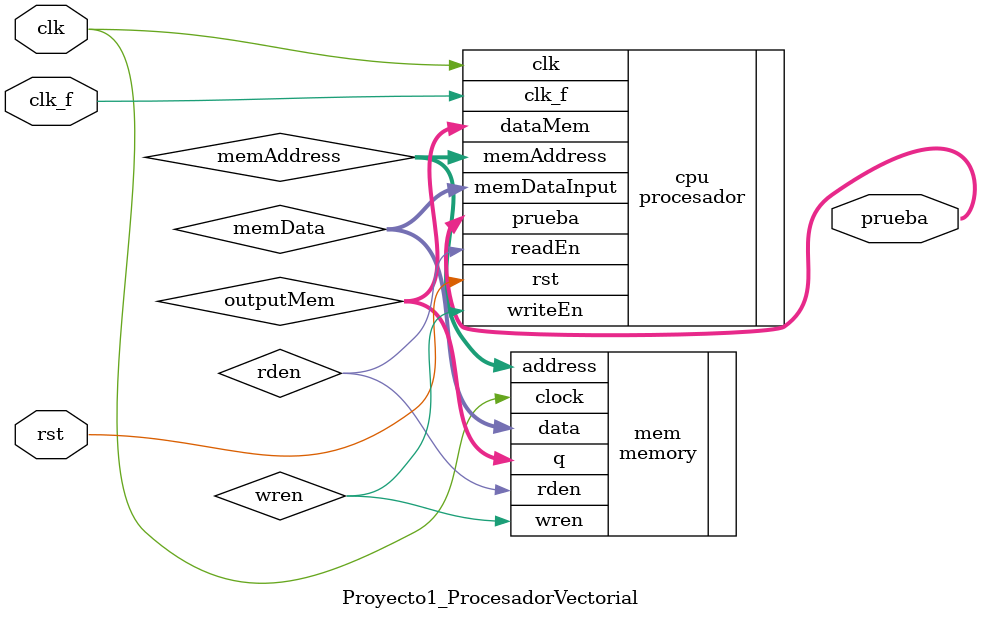
<source format=v>
`timescale 1ns / 1ps

module Proyecto1_ProcesadorVectorial(
	input rst,
	input clk,
	input clk_f,
	output [31:0] prueba
);
	
	wire [31:0] memAddress, memData, outputMem;
	wire rden, wren;


	procesador cpu(
		.rst(rst),
		.clk(clk),
		.clk_f(clk_f),
		.dataMem(outputMem),
		.prueba(prueba),
		.memAddress(memAddress),
		.memDataInput(memData),
		.readEn(rden),
		.writeEn(wren)
	);
	
	memory mem(
		.address(memAddress),
		.clock(clk),
		.data(memData),
		.rden(rden),
		.wren(wren),
		.q(outputMem)
	);
	
	
endmodule
</source>
